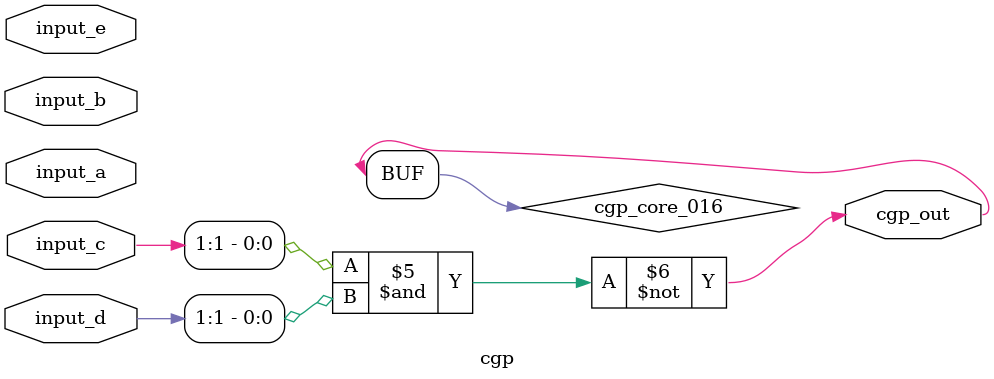
<source format=v>
module cgp(input [1:0] input_a, input [1:0] input_b, input [1:0] input_c, input [1:0] input_d, input [1:0] input_e, output [0:0] cgp_out);
  wire cgp_core_012;
  wire cgp_core_013;
  wire cgp_core_016;
  wire cgp_core_018;
  wire cgp_core_021;
  wire cgp_core_023;
  wire cgp_core_024;
  wire cgp_core_025;
  wire cgp_core_032;
  wire cgp_core_034;
  wire cgp_core_035;
  wire cgp_core_041;
  wire cgp_core_042;
  wire cgp_core_045;
  wire cgp_core_050;
  wire cgp_core_052;
  wire cgp_core_054;

  assign cgp_core_012 = ~(input_a[1] | input_e[1]);
  assign cgp_core_013 = ~(input_b[0] | input_a[1]);
  assign cgp_core_016 = ~(input_c[1] & input_d[1]);
  assign cgp_core_018 = input_a[0] | input_c[1];
  assign cgp_core_021 = input_c[1] | input_e[0];
  assign cgp_core_023 = ~(input_e[1] & input_e[0]);
  assign cgp_core_024 = ~(input_d[1] ^ input_c[0]);
  assign cgp_core_025 = ~(input_d[0] | input_b[0]);
  assign cgp_core_032 = ~input_d[1];
  assign cgp_core_034 = input_a[0] ^ input_e[1];
  assign cgp_core_035 = input_c[0] ^ input_d[0];
  assign cgp_core_041 = ~(input_a[0] & input_b[0]);
  assign cgp_core_042 = ~input_d[1];
  assign cgp_core_045 = input_e[0] ^ input_a[0];
  assign cgp_core_050 = input_b[0] | input_b[1];
  assign cgp_core_052 = ~(input_c[0] | input_b[0]);
  assign cgp_core_054 = ~input_e[0];

  assign cgp_out[0] = cgp_core_016;
endmodule
</source>
